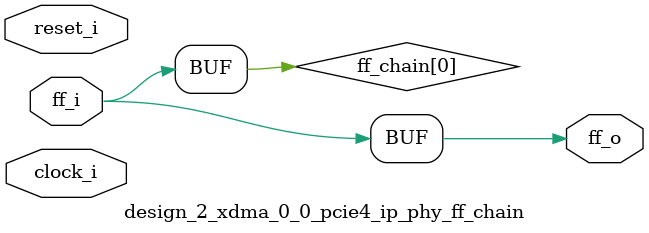
<source format=v>
/*****************************************************************************
** Description:
**    Flop Chain
**
******************************************************************************/

`timescale 1ps/1ps

`define AS_PHYREG(clk, reset, q, d, rstval)  \
   always @(posedge clk or posedge reset) begin \
      if (reset) \
         q  <= #(TCQ)   rstval;  \
      else  \
         q  <= #(TCQ)   d; \
   end

`define PHYREG(clk, reset, q, d, rstval)  \
   always @(posedge clk) begin \
      if (reset) \
         q  <= #(TCQ)   rstval;  \
      else  \
         q  <= #(TCQ)   d; \
   end

(* DowngradeIPIdentifiedWarnings = "yes" *)
module design_2_xdma_0_0_pcie4_ip_phy_ff_chain #(
   // Parameters
   parameter integer PIPELINE_STAGES   = 0,        // 0 = no pipeline; 1 = 1 stage; 2 = 2 stages; 3 = 3 stages
   parameter         ASYNC             = "FALSE",
   parameter integer FF_WIDTH          = 1,
   parameter integer RST_VAL           = 0,
   parameter integer TCQ               = 1
)  (   
   input  wire                         clock_i,          
   input  wire                         reset_i,           
   input  wire [FF_WIDTH-1:0]          ff_i,            
   output wire [FF_WIDTH-1:0]          ff_o        
   );

   genvar   var_i;

   reg   [FF_WIDTH-1:0]          ff_chain [PIPELINE_STAGES:0];

   always @(*) ff_chain[0] = ff_i;

generate
   if (PIPELINE_STAGES > 0) begin:  with_ff_chain
      for (var_i = 0; var_i < PIPELINE_STAGES; var_i = var_i + 1) begin: ff_chain_gen
         if (ASYNC == "TRUE") begin: async_rst
            `AS_PHYREG(clock_i, reset_i, ff_chain[var_i+1], ff_chain[var_i], RST_VAL)
         end else begin: sync_rst
            `PHYREG(clock_i, reset_i, ff_chain[var_i+1], ff_chain[var_i], RST_VAL)
         end
      end
   end
endgenerate

   assign ff_o = ff_chain[PIPELINE_STAGES];

endmodule

</source>
